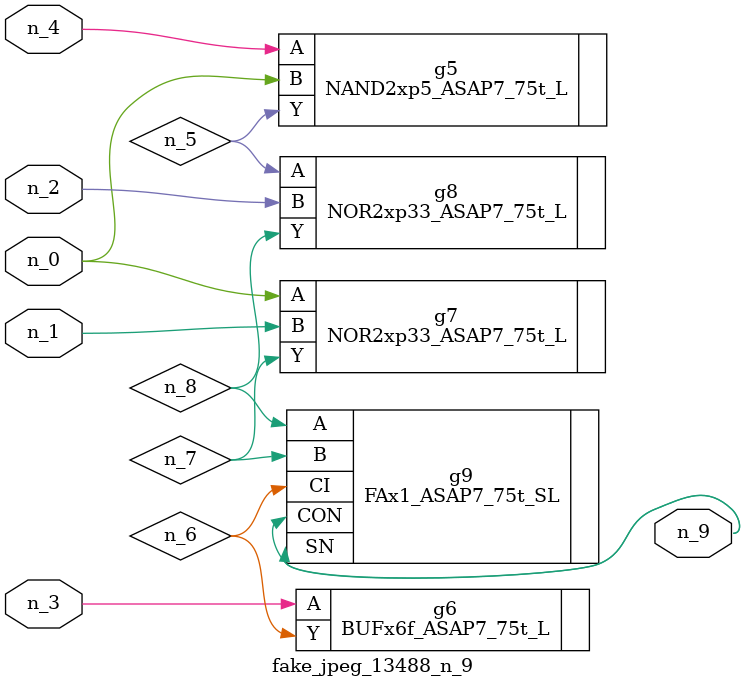
<source format=v>
module fake_jpeg_13488_n_9 (n_3, n_2, n_1, n_0, n_4, n_9);

input n_3;
input n_2;
input n_1;
input n_0;
input n_4;

output n_9;

wire n_8;
wire n_6;
wire n_5;
wire n_7;

NAND2xp5_ASAP7_75t_L g5 ( 
.A(n_4),
.B(n_0),
.Y(n_5)
);

BUFx6f_ASAP7_75t_L g6 ( 
.A(n_3),
.Y(n_6)
);

NOR2xp33_ASAP7_75t_L g7 ( 
.A(n_0),
.B(n_1),
.Y(n_7)
);

NOR2xp33_ASAP7_75t_L g8 ( 
.A(n_5),
.B(n_2),
.Y(n_8)
);

FAx1_ASAP7_75t_SL g9 ( 
.A(n_8),
.B(n_7),
.CI(n_6),
.CON(n_9),
.SN(n_9)
);


endmodule
</source>
